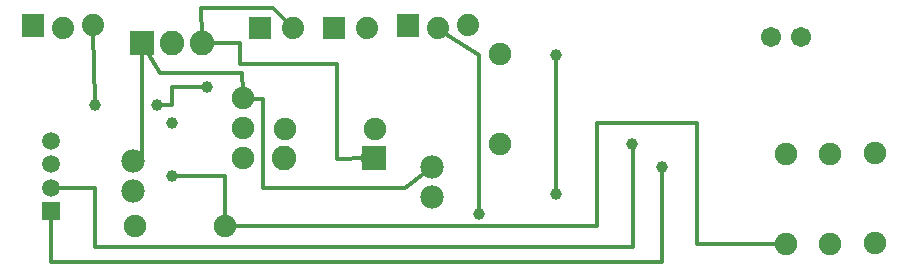
<source format=gbl>
G04 MADE WITH FRITZING*
G04 WWW.FRITZING.ORG*
G04 DOUBLE SIDED*
G04 HOLES PLATED*
G04 CONTOUR ON CENTER OF CONTOUR VECTOR*
%ASAXBY*%
%FSLAX23Y23*%
%MOIN*%
%OFA0B0*%
%SFA1.0B1.0*%
%ADD10C,0.039370*%
%ADD11C,0.075000*%
%ADD12C,0.082000*%
%ADD13C,0.059200*%
%ADD14C,0.067559*%
%ADD15C,0.074000*%
%ADD16C,0.078000*%
%ADD17R,0.082000X0.082000*%
%ADD18R,0.059200X0.059200*%
%ADD19C,0.012000*%
%ADD20R,0.001000X0.001000*%
%LNCOPPER0*%
G90*
G70*
G54D10*
X2088Y464D03*
X2187Y385D03*
G54D11*
X792Y615D03*
X792Y515D03*
X792Y415D03*
G54D12*
X1225Y415D03*
X927Y415D03*
G54D13*
X149Y238D03*
X149Y474D03*
X149Y395D03*
X149Y316D03*
G54D14*
X2650Y818D03*
X2550Y818D03*
G54D15*
X848Y848D03*
X958Y848D03*
X1340Y858D03*
X1440Y848D03*
X1540Y858D03*
X1094Y848D03*
X1204Y848D03*
G54D12*
X455Y799D03*
X555Y799D03*
X655Y799D03*
G54D11*
X930Y513D03*
X1230Y513D03*
X2896Y434D03*
X2896Y134D03*
G54D10*
X553Y533D03*
G54D11*
X730Y188D03*
X430Y188D03*
X1646Y464D03*
X1646Y764D03*
X2600Y129D03*
X2600Y429D03*
X2748Y129D03*
X2748Y429D03*
G54D16*
X425Y405D03*
X425Y305D03*
X1419Y385D03*
X1419Y285D03*
G54D10*
X553Y356D03*
X1577Y228D03*
G54D15*
X90Y858D03*
X190Y848D03*
X290Y858D03*
G54D10*
X671Y651D03*
X504Y592D03*
X297Y592D03*
X1833Y759D03*
X1833Y297D03*
G54D17*
X1226Y415D03*
G54D18*
X149Y238D03*
G54D17*
X455Y799D03*
G54D19*
X171Y316D02*
X297Y316D01*
D02*
X149Y208D02*
X149Y70D01*
D02*
X788Y700D02*
X514Y700D01*
D02*
X791Y638D02*
X788Y700D01*
D02*
X681Y799D02*
X779Y798D01*
D02*
X779Y730D02*
X1104Y730D01*
D02*
X1104Y414D02*
X1199Y415D01*
D02*
X1104Y730D02*
X1104Y414D01*
D02*
X779Y798D02*
X779Y730D01*
D02*
X2187Y70D02*
X2187Y372D01*
D02*
X149Y70D02*
X2187Y70D01*
D02*
X2089Y119D02*
X2089Y451D01*
D02*
X298Y120D02*
X2089Y119D01*
D02*
X297Y316D02*
X298Y120D01*
D02*
X731Y356D02*
X566Y356D01*
D02*
X730Y211D02*
X731Y356D01*
D02*
X1971Y189D02*
X753Y188D01*
D02*
X1971Y532D02*
X1971Y189D01*
D02*
X2305Y532D02*
X1971Y532D01*
D02*
X2305Y129D02*
X2305Y532D01*
D02*
X2577Y129D02*
X2305Y129D01*
D02*
X454Y414D02*
X455Y772D01*
D02*
X448Y412D02*
X454Y414D01*
D02*
X889Y916D02*
X652Y917D01*
D02*
X652Y917D02*
X654Y825D01*
D02*
X940Y866D02*
X889Y916D01*
D02*
X514Y700D02*
X468Y776D01*
D02*
X517Y592D02*
X553Y592D01*
D02*
X553Y592D02*
X553Y651D01*
D02*
X553Y651D02*
X658Y651D01*
D02*
X291Y832D02*
X297Y605D01*
D02*
X1833Y746D02*
X1833Y310D01*
D02*
X1577Y760D02*
X1577Y241D01*
D02*
X1462Y834D02*
X1577Y760D01*
D02*
X857Y612D02*
X857Y317D01*
D02*
X815Y614D02*
X857Y612D01*
D02*
X1330Y317D02*
X1400Y370D01*
D02*
X857Y317D02*
X1330Y317D01*
G54D20*
X53Y894D02*
X126Y894D01*
X1303Y894D02*
X1376Y894D01*
X53Y893D02*
X126Y893D01*
X1303Y893D02*
X1376Y893D01*
X53Y892D02*
X126Y892D01*
X1303Y892D02*
X1376Y892D01*
X53Y891D02*
X126Y891D01*
X1303Y891D02*
X1376Y891D01*
X53Y890D02*
X126Y890D01*
X1303Y890D02*
X1376Y890D01*
X53Y889D02*
X126Y889D01*
X1303Y889D02*
X1376Y889D01*
X53Y888D02*
X126Y888D01*
X1303Y888D02*
X1376Y888D01*
X53Y887D02*
X126Y887D01*
X1303Y887D02*
X1376Y887D01*
X53Y886D02*
X126Y886D01*
X1303Y886D02*
X1376Y886D01*
X53Y885D02*
X126Y885D01*
X811Y885D02*
X884Y885D01*
X1057Y885D02*
X1130Y885D01*
X1303Y885D02*
X1376Y885D01*
X53Y884D02*
X126Y884D01*
X811Y884D02*
X884Y884D01*
X1057Y884D02*
X1130Y884D01*
X1303Y884D02*
X1376Y884D01*
X53Y883D02*
X126Y883D01*
X811Y883D02*
X884Y883D01*
X1057Y883D02*
X1130Y883D01*
X1303Y883D02*
X1376Y883D01*
X53Y882D02*
X126Y882D01*
X811Y882D02*
X884Y882D01*
X1057Y882D02*
X1130Y882D01*
X1303Y882D02*
X1376Y882D01*
X53Y881D02*
X126Y881D01*
X811Y881D02*
X884Y881D01*
X1057Y881D02*
X1130Y881D01*
X1303Y881D02*
X1376Y881D01*
X53Y880D02*
X126Y880D01*
X811Y880D02*
X884Y880D01*
X1057Y880D02*
X1130Y880D01*
X1303Y880D02*
X1376Y880D01*
X53Y879D02*
X126Y879D01*
X811Y879D02*
X884Y879D01*
X1057Y879D02*
X1130Y879D01*
X1303Y879D02*
X1376Y879D01*
X53Y878D02*
X126Y878D01*
X811Y878D02*
X884Y878D01*
X1057Y878D02*
X1130Y878D01*
X1303Y878D02*
X1376Y878D01*
X53Y877D02*
X83Y877D01*
X96Y877D02*
X126Y877D01*
X811Y877D02*
X884Y877D01*
X1057Y877D02*
X1130Y877D01*
X1303Y877D02*
X1333Y877D01*
X1346Y877D02*
X1376Y877D01*
X53Y876D02*
X81Y876D01*
X99Y876D02*
X126Y876D01*
X811Y876D02*
X884Y876D01*
X1057Y876D02*
X1130Y876D01*
X1303Y876D02*
X1331Y876D01*
X1349Y876D02*
X1376Y876D01*
X53Y875D02*
X79Y875D01*
X101Y875D02*
X126Y875D01*
X811Y875D02*
X884Y875D01*
X1057Y875D02*
X1130Y875D01*
X1303Y875D02*
X1329Y875D01*
X1351Y875D02*
X1376Y875D01*
X53Y874D02*
X78Y874D01*
X102Y874D02*
X126Y874D01*
X811Y874D02*
X884Y874D01*
X1057Y874D02*
X1130Y874D01*
X1303Y874D02*
X1327Y874D01*
X1352Y874D02*
X1376Y874D01*
X53Y873D02*
X76Y873D01*
X104Y873D02*
X126Y873D01*
X811Y873D02*
X884Y873D01*
X1057Y873D02*
X1130Y873D01*
X1303Y873D02*
X1326Y873D01*
X1353Y873D02*
X1376Y873D01*
X53Y872D02*
X75Y872D01*
X105Y872D02*
X126Y872D01*
X811Y872D02*
X884Y872D01*
X1057Y872D02*
X1130Y872D01*
X1303Y872D02*
X1325Y872D01*
X1354Y872D02*
X1376Y872D01*
X53Y871D02*
X74Y871D01*
X105Y871D02*
X126Y871D01*
X811Y871D02*
X884Y871D01*
X1057Y871D02*
X1130Y871D01*
X1303Y871D02*
X1324Y871D01*
X1355Y871D02*
X1376Y871D01*
X53Y870D02*
X74Y870D01*
X106Y870D02*
X126Y870D01*
X811Y870D02*
X884Y870D01*
X1057Y870D02*
X1130Y870D01*
X1303Y870D02*
X1323Y870D01*
X1356Y870D02*
X1376Y870D01*
X53Y869D02*
X73Y869D01*
X107Y869D02*
X126Y869D01*
X811Y869D02*
X884Y869D01*
X1057Y869D02*
X1130Y869D01*
X1303Y869D02*
X1323Y869D01*
X1357Y869D02*
X1376Y869D01*
X53Y868D02*
X72Y868D01*
X108Y868D02*
X126Y868D01*
X811Y868D02*
X846Y868D01*
X850Y868D02*
X884Y868D01*
X1057Y868D02*
X1092Y868D01*
X1096Y868D02*
X1130Y868D01*
X1303Y868D02*
X1322Y868D01*
X1357Y868D02*
X1376Y868D01*
X53Y867D02*
X72Y867D01*
X108Y867D02*
X126Y867D01*
X811Y867D02*
X841Y867D01*
X855Y867D02*
X884Y867D01*
X1057Y867D02*
X1087Y867D01*
X1101Y867D02*
X1130Y867D01*
X1303Y867D02*
X1321Y867D01*
X1358Y867D02*
X1376Y867D01*
X53Y866D02*
X71Y866D01*
X109Y866D02*
X126Y866D01*
X811Y866D02*
X838Y866D01*
X857Y866D02*
X884Y866D01*
X1057Y866D02*
X1084Y866D01*
X1103Y866D02*
X1130Y866D01*
X1303Y866D02*
X1321Y866D01*
X1358Y866D02*
X1376Y866D01*
X53Y865D02*
X71Y865D01*
X109Y865D02*
X126Y865D01*
X811Y865D02*
X836Y865D01*
X859Y865D02*
X884Y865D01*
X1057Y865D02*
X1082Y865D01*
X1105Y865D02*
X1130Y865D01*
X1303Y865D02*
X1321Y865D01*
X1359Y865D02*
X1376Y865D01*
X53Y864D02*
X70Y864D01*
X109Y864D02*
X126Y864D01*
X811Y864D02*
X835Y864D01*
X860Y864D02*
X884Y864D01*
X1057Y864D02*
X1081Y864D01*
X1106Y864D02*
X1130Y864D01*
X1303Y864D02*
X1320Y864D01*
X1359Y864D02*
X1376Y864D01*
X53Y863D02*
X70Y863D01*
X110Y863D02*
X126Y863D01*
X811Y863D02*
X834Y863D01*
X861Y863D02*
X884Y863D01*
X1057Y863D02*
X1080Y863D01*
X1107Y863D02*
X1130Y863D01*
X1303Y863D02*
X1320Y863D01*
X1359Y863D02*
X1376Y863D01*
X53Y862D02*
X70Y862D01*
X110Y862D02*
X126Y862D01*
X811Y862D02*
X833Y862D01*
X863Y862D02*
X884Y862D01*
X1057Y862D02*
X1079Y862D01*
X1109Y862D02*
X1130Y862D01*
X1303Y862D02*
X1320Y862D01*
X1360Y862D02*
X1376Y862D01*
X53Y861D02*
X70Y861D01*
X110Y861D02*
X126Y861D01*
X811Y861D02*
X832Y861D01*
X863Y861D02*
X884Y861D01*
X1057Y861D02*
X1078Y861D01*
X1109Y861D02*
X1130Y861D01*
X1303Y861D02*
X1319Y861D01*
X1360Y861D02*
X1376Y861D01*
X53Y860D02*
X70Y860D01*
X110Y860D02*
X126Y860D01*
X811Y860D02*
X831Y860D01*
X864Y860D02*
X884Y860D01*
X1057Y860D02*
X1077Y860D01*
X1110Y860D02*
X1130Y860D01*
X1303Y860D02*
X1319Y860D01*
X1360Y860D02*
X1376Y860D01*
X53Y859D02*
X70Y859D01*
X110Y859D02*
X126Y859D01*
X811Y859D02*
X830Y859D01*
X865Y859D02*
X884Y859D01*
X1057Y859D02*
X1076Y859D01*
X1111Y859D02*
X1130Y859D01*
X1303Y859D02*
X1319Y859D01*
X1360Y859D02*
X1376Y859D01*
X53Y858D02*
X69Y858D01*
X110Y858D02*
X126Y858D01*
X811Y858D02*
X830Y858D01*
X865Y858D02*
X884Y858D01*
X1057Y858D02*
X1076Y858D01*
X1111Y858D02*
X1130Y858D01*
X1303Y858D02*
X1319Y858D01*
X1360Y858D02*
X1376Y858D01*
X53Y857D02*
X70Y857D01*
X110Y857D02*
X126Y857D01*
X811Y857D02*
X829Y857D01*
X866Y857D02*
X884Y857D01*
X1057Y857D02*
X1075Y857D01*
X1112Y857D02*
X1130Y857D01*
X1303Y857D02*
X1319Y857D01*
X1360Y857D02*
X1376Y857D01*
X53Y856D02*
X70Y856D01*
X110Y856D02*
X126Y856D01*
X811Y856D02*
X829Y856D01*
X867Y856D02*
X884Y856D01*
X1057Y856D02*
X1075Y856D01*
X1113Y856D02*
X1130Y856D01*
X1303Y856D02*
X1319Y856D01*
X1360Y856D02*
X1376Y856D01*
X53Y855D02*
X70Y855D01*
X110Y855D02*
X126Y855D01*
X811Y855D02*
X828Y855D01*
X867Y855D02*
X884Y855D01*
X1057Y855D02*
X1074Y855D01*
X1113Y855D02*
X1130Y855D01*
X1303Y855D02*
X1319Y855D01*
X1360Y855D02*
X1376Y855D01*
X53Y854D02*
X70Y854D01*
X110Y854D02*
X126Y854D01*
X811Y854D02*
X828Y854D01*
X867Y854D02*
X884Y854D01*
X1057Y854D02*
X1074Y854D01*
X1113Y854D02*
X1130Y854D01*
X1303Y854D02*
X1320Y854D01*
X1360Y854D02*
X1376Y854D01*
X53Y853D02*
X70Y853D01*
X110Y853D02*
X126Y853D01*
X811Y853D02*
X828Y853D01*
X867Y853D02*
X884Y853D01*
X1057Y853D02*
X1074Y853D01*
X1114Y853D02*
X1130Y853D01*
X1303Y853D02*
X1320Y853D01*
X1359Y853D02*
X1376Y853D01*
X53Y852D02*
X70Y852D01*
X109Y852D02*
X126Y852D01*
X811Y852D02*
X828Y852D01*
X868Y852D02*
X884Y852D01*
X1057Y852D02*
X1074Y852D01*
X1114Y852D02*
X1130Y852D01*
X1303Y852D02*
X1320Y852D01*
X1359Y852D02*
X1376Y852D01*
X53Y851D02*
X71Y851D01*
X109Y851D02*
X126Y851D01*
X811Y851D02*
X827Y851D01*
X868Y851D02*
X884Y851D01*
X1057Y851D02*
X1073Y851D01*
X1114Y851D02*
X1130Y851D01*
X1303Y851D02*
X1321Y851D01*
X1359Y851D02*
X1376Y851D01*
X53Y850D02*
X71Y850D01*
X109Y850D02*
X126Y850D01*
X811Y850D02*
X827Y850D01*
X868Y850D02*
X884Y850D01*
X1057Y850D02*
X1073Y850D01*
X1114Y850D02*
X1130Y850D01*
X1303Y850D02*
X1321Y850D01*
X1358Y850D02*
X1376Y850D01*
X53Y849D02*
X72Y849D01*
X108Y849D02*
X126Y849D01*
X811Y849D02*
X827Y849D01*
X868Y849D02*
X884Y849D01*
X1057Y849D02*
X1073Y849D01*
X1114Y849D02*
X1130Y849D01*
X1303Y849D02*
X1321Y849D01*
X1358Y849D02*
X1376Y849D01*
X53Y848D02*
X72Y848D01*
X108Y848D02*
X126Y848D01*
X811Y848D02*
X827Y848D01*
X868Y848D02*
X884Y848D01*
X1057Y848D02*
X1073Y848D01*
X1114Y848D02*
X1130Y848D01*
X1303Y848D02*
X1322Y848D01*
X1357Y848D02*
X1376Y848D01*
X53Y847D02*
X73Y847D01*
X107Y847D02*
X126Y847D01*
X811Y847D02*
X827Y847D01*
X868Y847D02*
X884Y847D01*
X1057Y847D02*
X1073Y847D01*
X1114Y847D02*
X1130Y847D01*
X1303Y847D02*
X1323Y847D01*
X1357Y847D02*
X1376Y847D01*
X53Y846D02*
X74Y846D01*
X106Y846D02*
X126Y846D01*
X811Y846D02*
X827Y846D01*
X868Y846D02*
X884Y846D01*
X1057Y846D02*
X1073Y846D01*
X1114Y846D02*
X1130Y846D01*
X1303Y846D02*
X1323Y846D01*
X1356Y846D02*
X1376Y846D01*
X53Y845D02*
X74Y845D01*
X105Y845D02*
X126Y845D01*
X811Y845D02*
X827Y845D01*
X868Y845D02*
X884Y845D01*
X1057Y845D02*
X1073Y845D01*
X1114Y845D02*
X1130Y845D01*
X1303Y845D02*
X1324Y845D01*
X1355Y845D02*
X1376Y845D01*
X53Y844D02*
X75Y844D01*
X105Y844D02*
X126Y844D01*
X811Y844D02*
X828Y844D01*
X868Y844D02*
X884Y844D01*
X1057Y844D02*
X1074Y844D01*
X1114Y844D02*
X1130Y844D01*
X1303Y844D02*
X1325Y844D01*
X1354Y844D02*
X1376Y844D01*
X53Y843D02*
X76Y843D01*
X104Y843D02*
X126Y843D01*
X811Y843D02*
X828Y843D01*
X867Y843D02*
X884Y843D01*
X1057Y843D02*
X1074Y843D01*
X1113Y843D02*
X1130Y843D01*
X1303Y843D02*
X1326Y843D01*
X1353Y843D02*
X1376Y843D01*
X53Y842D02*
X78Y842D01*
X102Y842D02*
X126Y842D01*
X811Y842D02*
X828Y842D01*
X867Y842D02*
X884Y842D01*
X1057Y842D02*
X1074Y842D01*
X1113Y842D02*
X1130Y842D01*
X1303Y842D02*
X1327Y842D01*
X1352Y842D02*
X1376Y842D01*
X53Y841D02*
X79Y841D01*
X101Y841D02*
X126Y841D01*
X811Y841D02*
X829Y841D01*
X867Y841D02*
X884Y841D01*
X1057Y841D02*
X1075Y841D01*
X1113Y841D02*
X1130Y841D01*
X1303Y841D02*
X1329Y841D01*
X1351Y841D02*
X1376Y841D01*
X53Y840D02*
X81Y840D01*
X99Y840D02*
X126Y840D01*
X811Y840D02*
X829Y840D01*
X866Y840D02*
X884Y840D01*
X1057Y840D02*
X1075Y840D01*
X1112Y840D02*
X1130Y840D01*
X1303Y840D02*
X1331Y840D01*
X1349Y840D02*
X1376Y840D01*
X53Y839D02*
X84Y839D01*
X96Y839D02*
X126Y839D01*
X811Y839D02*
X829Y839D01*
X866Y839D02*
X884Y839D01*
X1057Y839D02*
X1075Y839D01*
X1112Y839D02*
X1130Y839D01*
X1303Y839D02*
X1333Y839D01*
X1346Y839D02*
X1376Y839D01*
X53Y838D02*
X126Y838D01*
X811Y838D02*
X830Y838D01*
X865Y838D02*
X884Y838D01*
X1057Y838D02*
X1076Y838D01*
X1111Y838D02*
X1130Y838D01*
X1303Y838D02*
X1376Y838D01*
X53Y837D02*
X126Y837D01*
X811Y837D02*
X831Y837D01*
X865Y837D02*
X884Y837D01*
X1057Y837D02*
X1077Y837D01*
X1111Y837D02*
X1130Y837D01*
X1303Y837D02*
X1376Y837D01*
X53Y836D02*
X126Y836D01*
X811Y836D02*
X831Y836D01*
X864Y836D02*
X884Y836D01*
X1057Y836D02*
X1077Y836D01*
X1110Y836D02*
X1130Y836D01*
X1303Y836D02*
X1376Y836D01*
X53Y835D02*
X126Y835D01*
X811Y835D02*
X832Y835D01*
X863Y835D02*
X884Y835D01*
X1057Y835D02*
X1078Y835D01*
X1109Y835D02*
X1130Y835D01*
X1303Y835D02*
X1376Y835D01*
X53Y834D02*
X126Y834D01*
X811Y834D02*
X833Y834D01*
X862Y834D02*
X884Y834D01*
X1057Y834D02*
X1079Y834D01*
X1108Y834D02*
X1130Y834D01*
X1303Y834D02*
X1376Y834D01*
X53Y833D02*
X126Y833D01*
X811Y833D02*
X834Y833D01*
X861Y833D02*
X884Y833D01*
X1057Y833D02*
X1080Y833D01*
X1107Y833D02*
X1130Y833D01*
X1303Y833D02*
X1376Y833D01*
X53Y832D02*
X126Y832D01*
X811Y832D02*
X835Y832D01*
X860Y832D02*
X884Y832D01*
X1057Y832D02*
X1081Y832D01*
X1106Y832D02*
X1130Y832D01*
X1303Y832D02*
X1376Y832D01*
X53Y831D02*
X126Y831D01*
X811Y831D02*
X837Y831D01*
X858Y831D02*
X884Y831D01*
X1057Y831D02*
X1083Y831D01*
X1104Y831D02*
X1130Y831D01*
X1303Y831D02*
X1376Y831D01*
X53Y830D02*
X126Y830D01*
X811Y830D02*
X839Y830D01*
X856Y830D02*
X884Y830D01*
X1057Y830D02*
X1085Y830D01*
X1102Y830D02*
X1130Y830D01*
X1303Y830D02*
X1376Y830D01*
X53Y829D02*
X126Y829D01*
X811Y829D02*
X842Y829D01*
X854Y829D02*
X884Y829D01*
X1057Y829D02*
X1088Y829D01*
X1100Y829D02*
X1130Y829D01*
X1303Y829D02*
X1376Y829D01*
X53Y828D02*
X126Y828D01*
X811Y828D02*
X884Y828D01*
X1057Y828D02*
X1130Y828D01*
X1303Y828D02*
X1376Y828D01*
X53Y827D02*
X126Y827D01*
X811Y827D02*
X884Y827D01*
X1057Y827D02*
X1130Y827D01*
X1303Y827D02*
X1376Y827D01*
X53Y826D02*
X126Y826D01*
X811Y826D02*
X884Y826D01*
X1057Y826D02*
X1130Y826D01*
X1303Y826D02*
X1376Y826D01*
X53Y825D02*
X126Y825D01*
X811Y825D02*
X884Y825D01*
X1057Y825D02*
X1130Y825D01*
X1303Y825D02*
X1376Y825D01*
X53Y824D02*
X126Y824D01*
X811Y824D02*
X884Y824D01*
X1057Y824D02*
X1130Y824D01*
X1303Y824D02*
X1376Y824D01*
X53Y823D02*
X126Y823D01*
X811Y823D02*
X884Y823D01*
X1057Y823D02*
X1130Y823D01*
X1303Y823D02*
X1376Y823D01*
X53Y822D02*
X126Y822D01*
X811Y822D02*
X884Y822D01*
X1057Y822D02*
X1130Y822D01*
X1303Y822D02*
X1376Y822D01*
X54Y821D02*
X126Y821D01*
X811Y821D02*
X884Y821D01*
X1057Y821D02*
X1130Y821D01*
X1304Y821D02*
X1376Y821D01*
X811Y820D02*
X884Y820D01*
X1057Y820D02*
X1130Y820D01*
X811Y819D02*
X884Y819D01*
X1057Y819D02*
X1130Y819D01*
X811Y818D02*
X884Y818D01*
X1057Y818D02*
X1130Y818D01*
X811Y817D02*
X884Y817D01*
X1057Y817D02*
X1130Y817D01*
X811Y816D02*
X884Y816D01*
X1057Y816D02*
X1130Y816D01*
X811Y815D02*
X884Y815D01*
X1057Y815D02*
X1130Y815D01*
X811Y814D02*
X884Y814D01*
X1057Y814D02*
X1130Y814D01*
X811Y813D02*
X884Y813D01*
X1057Y813D02*
X1130Y813D01*
X811Y812D02*
X884Y812D01*
X1057Y812D02*
X1130Y812D01*
D02*
G04 End of Copper0*
M02*
</source>
